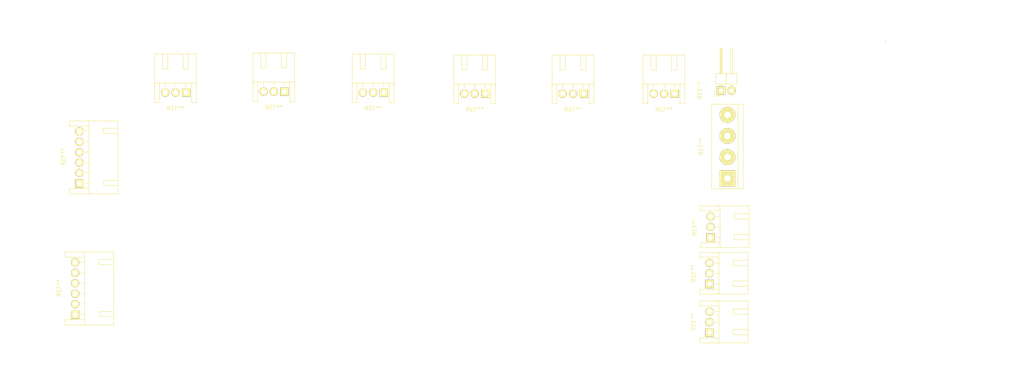
<source format=kicad_pcb>
(kicad_pcb (version 20160815) (host pcbnew no-vcs-found-undefined)

  (general
    (links 0)
    (no_connects 0)
    (area 63.145999 35.967999 324.968286 140.322619)
    (thickness 1.6)
    (drawings 15)
    (tracks 0)
    (zones 0)
    (modules 13)
    (nets 1)
  )

  (page A4)
  (layers
    (0 F.Cu signal)
    (31 B.Cu signal)
    (37 F.SilkS user)
    (44 Edge.Cuts user)
    (49 F.Fab user)
  )

  (setup
    (last_trace_width 0.25)
    (trace_clearance 0.2)
    (zone_clearance 0.508)
    (zone_45_only no)
    (trace_min 0.2)
    (segment_width 0.2)
    (edge_width 0.15)
    (via_size 0.8)
    (via_drill 0.4)
    (via_min_size 0.4)
    (via_min_drill 0.3)
    (uvia_size 0.3)
    (uvia_drill 0.1)
    (uvias_allowed no)
    (uvia_min_size 0.2)
    (uvia_min_drill 0.1)
    (pcb_text_width 0.3)
    (pcb_text_size 1.5 1.5)
    (mod_edge_width 0.15)
    (mod_text_size 1 1)
    (mod_text_width 0.15)
    (pad_size 1.524 1.524)
    (pad_drill 0.762)
    (pad_to_mask_clearance 0.2)
    (aux_axis_origin 0 0)
    (visible_elements FFFFFF7F)
    (pcbplotparams
      (layerselection 0x00030_ffffffff)
      (usegerberextensions false)
      (excludeedgelayer true)
      (linewidth 0.050000)
      (plotframeref false)
      (viasonmask false)
      (mode 1)
      (useauxorigin false)
      (hpglpennumber 1)
      (hpglpenspeed 20)
      (hpglpendiameter 15)
      (psnegative false)
      (psa4output false)
      (plotreference true)
      (plotvalue true)
      (plotinvisibletext false)
      (padsonsilk false)
      (subtractmaskfromsilk false)
      (outputformat 1)
      (mirror false)
      (drillshape 1)
      (scaleselection 1)
      (outputdirectory ""))
  )

  (net 0 "")

  (net_class Default "This is the default net class."
    (clearance 0.2)
    (trace_width 0.25)
    (via_dia 0.8)
    (via_drill 0.4)
    (uvia_dia 0.3)
    (uvia_drill 0.1)
    (diff_pair_gap 0.25)
    (diff_pair_width 0.2)
  )

  (module Connect:Wafer_Horizontal17.5x5.8x7RM2.5-6 (layer F.Cu) (tedit 556C2A3A) (tstamp 580EDF56)
    (at 69.596 70.104 90)
    (descr "Gold-Tek horizontal wafer connector with 2.5mm pitch")
    (tags "wafer connector horizontal")
    (fp_text reference REF** (at 6.4135 -3.81 90) (layer F.SilkS)
      (effects (font (size 1 1) (thickness 0.15)))
    )
    (fp_text value Wafer_Horizontal17.5x5.8x7RM2.5-6 (at 6.35 10.414 90) (layer F.Fab)
      (effects (font (size 1 1) (thickness 0.15)))
    )
    (fp_line (start 0.0635 2.286) (end 0.0635 1.397) (layer F.SilkS) (width 0.15))
    (fp_line (start 2.6035 2.286) (end 2.6035 1.397) (layer F.SilkS) (width 0.15))
    (fp_line (start 5.0165 2.286) (end 5.0165 1.397) (layer F.SilkS) (width 0.15))
    (fp_line (start 7.5565 2.286) (end 7.5565 1.397) (layer F.SilkS) (width 0.15))
    (fp_line (start 9.9695 2.286) (end 9.9695 1.397) (layer F.SilkS) (width 0.15))
    (fp_line (start 12.6365 2.286) (end 12.6365 1.397) (layer F.SilkS) (width 0.15))
    (fp_line (start 0.6985 5.842) (end 0.6985 9.271) (layer F.SilkS) (width 0.15))
    (fp_line (start -0.4445 5.842) (end 0.6985 5.842) (layer F.SilkS) (width 0.15))
    (fp_line (start 13.2715 5.715) (end 13.2715 9.271) (layer F.SilkS) (width 0.15))
    (fp_line (start 12.0015 5.715) (end 13.2715 5.715) (layer F.SilkS) (width 0.15))
    (fp_line (start 12.0015 9.271) (end 12.0015 5.715) (layer F.SilkS) (width 0.15))
    (fp_line (start -2.4765 2.286) (end -2.4765 9.271) (layer F.SilkS) (width 0.15))
    (fp_line (start 15.0495 2.286) (end 15.0495 9.271) (layer F.SilkS) (width 0.15))
    (fp_line (start -0.4445 5.842) (end -0.4445 9.271) (layer F.SilkS) (width 0.15))
    (fp_line (start -2.4765 9.271) (end 15.0495 9.271) (layer F.SilkS) (width 0.15))
    (fp_line (start -2.4765 2.286) (end 15.0495 2.286) (layer F.SilkS) (width 0.15))
    (fp_line (start -1.2065 -2.413) (end -1.2065 2.286) (layer F.SilkS) (width 0.15))
    (fp_line (start -1.4605 -2.413) (end -1.2065 -2.413) (layer F.SilkS) (width 0.15))
    (fp_line (start -2.4765 -2.413) (end -1.4605 -2.413) (layer F.SilkS) (width 0.15))
    (fp_line (start -2.4765 2.286) (end -2.4765 -2.413) (layer F.SilkS) (width 0.15))
    (fp_line (start 13.7795 -2.413) (end 13.7795 2.286) (layer F.SilkS) (width 0.15))
    (fp_line (start 15.0495 -2.413) (end 13.7795 -2.413) (layer F.SilkS) (width 0.15))
    (fp_line (start 15.0495 2.286) (end 15.0495 -2.413) (layer F.SilkS) (width 0.15))
    (fp_line (start -2.75 9.65) (end -2.75 -2.75) (layer F.CrtYd) (width 0.05))
    (fp_line (start 15.45 9.65) (end -2.75 9.65) (layer F.CrtYd) (width 0.05))
    (fp_line (start 15.45 -2.75) (end 15.45 9.65) (layer F.CrtYd) (width 0.05))
    (fp_line (start -2.75 -2.75) (end 15.45 -2.75) (layer F.CrtYd) (width 0.05))
    (pad 6 thru_hole circle (at 12.5365 0 90) (size 2 2) (drill 1.2) (layers *.Cu *.Mask F.SilkS))
    (pad 5 thru_hole circle (at 10.0365 0 90) (size 2 2) (drill 1.2) (layers *.Cu *.Mask F.SilkS))
    (pad 4 thru_hole circle (at 7.5365 0 90) (size 2 2) (drill 1.2) (layers *.Cu *.Mask F.SilkS))
    (pad 3 thru_hole circle (at 5.0365 0 90) (size 2 2) (drill 1.2) (layers *.Cu *.Mask F.SilkS))
    (pad 2 thru_hole circle (at 2.5365 0 90) (size 2 2) (drill 1.2) (layers *.Cu *.Mask F.SilkS))
    (pad 1 thru_hole rect (at 0 0 90) (size 2 2) (drill 1.2) (layers *.Cu *.Mask F.SilkS))
    (model Connect.3dshapes/Wafer_Horizontal17.5x5.8x7RM2.5-6.wrl
      (at (xyz 0 0 0))
      (scale (xyz 4 4 4))
      (rotate (xyz 0 0 0))
    )
  )

  (module Connect:Wafer_Horizontal10x5.8x7RM2.5-3 (layer F.Cu) (tedit 556C2A14) (tstamp 580EDDF8)
    (at 212.598 48.514 180)
    (descr "Gold-Tek horizontal wafer connector with 2.5mm pitch")
    (tags "wafer connector horizontal")
    (fp_text reference REF** (at 2.54 -3.81 180) (layer F.SilkS)
      (effects (font (size 1 1) (thickness 0.15)))
    )
    (fp_text value Wafer_Horizontal10x5.8x7RM2.5-3 (at 2.54 10.414 180) (layer F.Fab)
      (effects (font (size 1 1) (thickness 0.15)))
    )
    (fp_line (start -2.75 -2.75) (end 7.85 -2.75) (layer F.CrtYd) (width 0.05))
    (fp_line (start 7.85 -2.75) (end 7.85 9.65) (layer F.CrtYd) (width 0.05))
    (fp_line (start 7.85 9.65) (end -2.75 9.65) (layer F.CrtYd) (width 0.05))
    (fp_line (start -2.75 9.65) (end -2.75 -2.75) (layer F.CrtYd) (width 0.05))
    (fp_line (start -2.413 9.271) (end 7.493 9.271) (layer F.SilkS) (width 0.15))
    (fp_line (start -2.413 2.286) (end 7.493 2.286) (layer F.SilkS) (width 0.15))
    (fp_line (start 7.5819 2.286) (end 7.5819 1.397) (layer F.SilkS) (width 0.15))
    (fp_line (start 5.0419 2.159) (end 5.0419 1.397) (layer F.SilkS) (width 0.15))
    (fp_line (start 2.5019 2.286) (end 2.5019 1.397) (layer F.SilkS) (width 0.15))
    (fp_line (start 0.0889 1.397) (end 0.0889 2.286) (layer F.SilkS) (width 0.15))
    (fp_line (start -2.4511 2.286) (end -2.4511 1.397) (layer F.SilkS) (width 0.15))
    (fp_line (start 4.4069 9.271) (end 4.4069 5.715) (layer F.SilkS) (width 0.15))
    (fp_line (start 4.4069 5.715) (end 5.6769 5.715) (layer F.SilkS) (width 0.15))
    (fp_line (start 5.6769 5.715) (end 5.6769 9.271) (layer F.SilkS) (width 0.15))
    (fp_line (start -0.5461 9.271) (end -0.5461 5.715) (layer F.SilkS) (width 0.15))
    (fp_line (start -0.5461 5.715) (end 0.7239 5.715) (layer F.SilkS) (width 0.15))
    (fp_line (start 0.7239 5.715) (end 0.7239 9.271) (layer F.SilkS) (width 0.15))
    (fp_line (start 7.5819 2.286) (end 7.5819 -2.413) (layer F.SilkS) (width 0.15))
    (fp_line (start 7.5819 -2.413) (end 6.4389 -2.413) (layer F.SilkS) (width 0.15))
    (fp_line (start 6.4389 -2.413) (end 6.4389 2.286) (layer F.SilkS) (width 0.15))
    (fp_line (start -2.4511 -2.413) (end -1.3081 -2.413) (layer F.SilkS) (width 0.15))
    (fp_line (start -1.3081 -2.413) (end -1.3081 2.286) (layer F.SilkS) (width 0.15))
    (fp_line (start -2.4511 2.413) (end -2.4511 -2.413) (layer F.SilkS) (width 0.15))
    (fp_line (start 7.5819 2.286) (end 7.5819 9.271) (layer F.SilkS) (width 0.15))
    (fp_line (start -2.4511 9.271) (end -2.4511 2.286) (layer F.SilkS) (width 0.15))
    (pad 1 thru_hole rect (at 0 0 180) (size 2 2) (drill 1.2) (layers *.Cu *.Mask F.SilkS))
    (pad 2 thru_hole circle (at 2.54 0 180) (size 2 2) (drill 1.2) (layers *.Cu *.Mask F.SilkS))
    (pad 3 thru_hole circle (at 5.04 0 180) (size 2 2) (drill 1.2) (layers *.Cu *.Mask F.SilkS))
  )

  (module Connect:Wafer_Horizontal10x5.8x7RM2.5-3 (layer F.Cu) (tedit 556C2A14) (tstamp 580EDDD8)
    (at 190.754 48.514 180)
    (descr "Gold-Tek horizontal wafer connector with 2.5mm pitch")
    (tags "wafer connector horizontal")
    (fp_text reference REF** (at 2.54 -3.81 180) (layer F.SilkS)
      (effects (font (size 1 1) (thickness 0.15)))
    )
    (fp_text value Wafer_Horizontal10x5.8x7RM2.5-3 (at 2.54 10.414 180) (layer F.Fab)
      (effects (font (size 1 1) (thickness 0.15)))
    )
    (fp_line (start -2.4511 9.271) (end -2.4511 2.286) (layer F.SilkS) (width 0.15))
    (fp_line (start 7.5819 2.286) (end 7.5819 9.271) (layer F.SilkS) (width 0.15))
    (fp_line (start -2.4511 2.413) (end -2.4511 -2.413) (layer F.SilkS) (width 0.15))
    (fp_line (start -1.3081 -2.413) (end -1.3081 2.286) (layer F.SilkS) (width 0.15))
    (fp_line (start -2.4511 -2.413) (end -1.3081 -2.413) (layer F.SilkS) (width 0.15))
    (fp_line (start 6.4389 -2.413) (end 6.4389 2.286) (layer F.SilkS) (width 0.15))
    (fp_line (start 7.5819 -2.413) (end 6.4389 -2.413) (layer F.SilkS) (width 0.15))
    (fp_line (start 7.5819 2.286) (end 7.5819 -2.413) (layer F.SilkS) (width 0.15))
    (fp_line (start 0.7239 5.715) (end 0.7239 9.271) (layer F.SilkS) (width 0.15))
    (fp_line (start -0.5461 5.715) (end 0.7239 5.715) (layer F.SilkS) (width 0.15))
    (fp_line (start -0.5461 9.271) (end -0.5461 5.715) (layer F.SilkS) (width 0.15))
    (fp_line (start 5.6769 5.715) (end 5.6769 9.271) (layer F.SilkS) (width 0.15))
    (fp_line (start 4.4069 5.715) (end 5.6769 5.715) (layer F.SilkS) (width 0.15))
    (fp_line (start 4.4069 9.271) (end 4.4069 5.715) (layer F.SilkS) (width 0.15))
    (fp_line (start -2.4511 2.286) (end -2.4511 1.397) (layer F.SilkS) (width 0.15))
    (fp_line (start 0.0889 1.397) (end 0.0889 2.286) (layer F.SilkS) (width 0.15))
    (fp_line (start 2.5019 2.286) (end 2.5019 1.397) (layer F.SilkS) (width 0.15))
    (fp_line (start 5.0419 2.159) (end 5.0419 1.397) (layer F.SilkS) (width 0.15))
    (fp_line (start 7.5819 2.286) (end 7.5819 1.397) (layer F.SilkS) (width 0.15))
    (fp_line (start -2.413 2.286) (end 7.493 2.286) (layer F.SilkS) (width 0.15))
    (fp_line (start -2.413 9.271) (end 7.493 9.271) (layer F.SilkS) (width 0.15))
    (fp_line (start -2.75 9.65) (end -2.75 -2.75) (layer F.CrtYd) (width 0.05))
    (fp_line (start 7.85 9.65) (end -2.75 9.65) (layer F.CrtYd) (width 0.05))
    (fp_line (start 7.85 -2.75) (end 7.85 9.65) (layer F.CrtYd) (width 0.05))
    (fp_line (start -2.75 -2.75) (end 7.85 -2.75) (layer F.CrtYd) (width 0.05))
    (pad 3 thru_hole circle (at 5.04 0 180) (size 2 2) (drill 1.2) (layers *.Cu *.Mask F.SilkS))
    (pad 2 thru_hole circle (at 2.54 0 180) (size 2 2) (drill 1.2) (layers *.Cu *.Mask F.SilkS))
    (pad 1 thru_hole rect (at 0 0 180) (size 2 2) (drill 1.2) (layers *.Cu *.Mask F.SilkS))
  )

  (module Connect:Wafer_Horizontal10x5.8x7RM2.5-3 (layer F.Cu) (tedit 556C2A14) (tstamp 580EDDB8)
    (at 167.132 48.514 180)
    (descr "Gold-Tek horizontal wafer connector with 2.5mm pitch")
    (tags "wafer connector horizontal")
    (fp_text reference REF** (at 2.54 -3.81 180) (layer F.SilkS)
      (effects (font (size 1 1) (thickness 0.15)))
    )
    (fp_text value Wafer_Horizontal10x5.8x7RM2.5-3 (at 2.54 10.414 180) (layer F.Fab)
      (effects (font (size 1 1) (thickness 0.15)))
    )
    (fp_line (start -2.75 -2.75) (end 7.85 -2.75) (layer F.CrtYd) (width 0.05))
    (fp_line (start 7.85 -2.75) (end 7.85 9.65) (layer F.CrtYd) (width 0.05))
    (fp_line (start 7.85 9.65) (end -2.75 9.65) (layer F.CrtYd) (width 0.05))
    (fp_line (start -2.75 9.65) (end -2.75 -2.75) (layer F.CrtYd) (width 0.05))
    (fp_line (start -2.413 9.271) (end 7.493 9.271) (layer F.SilkS) (width 0.15))
    (fp_line (start -2.413 2.286) (end 7.493 2.286) (layer F.SilkS) (width 0.15))
    (fp_line (start 7.5819 2.286) (end 7.5819 1.397) (layer F.SilkS) (width 0.15))
    (fp_line (start 5.0419 2.159) (end 5.0419 1.397) (layer F.SilkS) (width 0.15))
    (fp_line (start 2.5019 2.286) (end 2.5019 1.397) (layer F.SilkS) (width 0.15))
    (fp_line (start 0.0889 1.397) (end 0.0889 2.286) (layer F.SilkS) (width 0.15))
    (fp_line (start -2.4511 2.286) (end -2.4511 1.397) (layer F.SilkS) (width 0.15))
    (fp_line (start 4.4069 9.271) (end 4.4069 5.715) (layer F.SilkS) (width 0.15))
    (fp_line (start 4.4069 5.715) (end 5.6769 5.715) (layer F.SilkS) (width 0.15))
    (fp_line (start 5.6769 5.715) (end 5.6769 9.271) (layer F.SilkS) (width 0.15))
    (fp_line (start -0.5461 9.271) (end -0.5461 5.715) (layer F.SilkS) (width 0.15))
    (fp_line (start -0.5461 5.715) (end 0.7239 5.715) (layer F.SilkS) (width 0.15))
    (fp_line (start 0.7239 5.715) (end 0.7239 9.271) (layer F.SilkS) (width 0.15))
    (fp_line (start 7.5819 2.286) (end 7.5819 -2.413) (layer F.SilkS) (width 0.15))
    (fp_line (start 7.5819 -2.413) (end 6.4389 -2.413) (layer F.SilkS) (width 0.15))
    (fp_line (start 6.4389 -2.413) (end 6.4389 2.286) (layer F.SilkS) (width 0.15))
    (fp_line (start -2.4511 -2.413) (end -1.3081 -2.413) (layer F.SilkS) (width 0.15))
    (fp_line (start -1.3081 -2.413) (end -1.3081 2.286) (layer F.SilkS) (width 0.15))
    (fp_line (start -2.4511 2.413) (end -2.4511 -2.413) (layer F.SilkS) (width 0.15))
    (fp_line (start 7.5819 2.286) (end 7.5819 9.271) (layer F.SilkS) (width 0.15))
    (fp_line (start -2.4511 9.271) (end -2.4511 2.286) (layer F.SilkS) (width 0.15))
    (pad 1 thru_hole rect (at 0 0 180) (size 2 2) (drill 1.2) (layers *.Cu *.Mask F.SilkS))
    (pad 2 thru_hole circle (at 2.54 0 180) (size 2 2) (drill 1.2) (layers *.Cu *.Mask F.SilkS))
    (pad 3 thru_hole circle (at 5.04 0 180) (size 2 2) (drill 1.2) (layers *.Cu *.Mask F.SilkS))
  )

  (module Connect:Wafer_Horizontal10x5.8x7RM2.5-3 (layer F.Cu) (tedit 556C2A14) (tstamp 580EDD98)
    (at 142.748 48.26 180)
    (descr "Gold-Tek horizontal wafer connector with 2.5mm pitch")
    (tags "wafer connector horizontal")
    (fp_text reference REF** (at 2.54 -3.81 180) (layer F.SilkS)
      (effects (font (size 1 1) (thickness 0.15)))
    )
    (fp_text value Wafer_Horizontal10x5.8x7RM2.5-3 (at 2.54 10.414 180) (layer F.Fab)
      (effects (font (size 1 1) (thickness 0.15)))
    )
    (fp_line (start -2.4511 9.271) (end -2.4511 2.286) (layer F.SilkS) (width 0.15))
    (fp_line (start 7.5819 2.286) (end 7.5819 9.271) (layer F.SilkS) (width 0.15))
    (fp_line (start -2.4511 2.413) (end -2.4511 -2.413) (layer F.SilkS) (width 0.15))
    (fp_line (start -1.3081 -2.413) (end -1.3081 2.286) (layer F.SilkS) (width 0.15))
    (fp_line (start -2.4511 -2.413) (end -1.3081 -2.413) (layer F.SilkS) (width 0.15))
    (fp_line (start 6.4389 -2.413) (end 6.4389 2.286) (layer F.SilkS) (width 0.15))
    (fp_line (start 7.5819 -2.413) (end 6.4389 -2.413) (layer F.SilkS) (width 0.15))
    (fp_line (start 7.5819 2.286) (end 7.5819 -2.413) (layer F.SilkS) (width 0.15))
    (fp_line (start 0.7239 5.715) (end 0.7239 9.271) (layer F.SilkS) (width 0.15))
    (fp_line (start -0.5461 5.715) (end 0.7239 5.715) (layer F.SilkS) (width 0.15))
    (fp_line (start -0.5461 9.271) (end -0.5461 5.715) (layer F.SilkS) (width 0.15))
    (fp_line (start 5.6769 5.715) (end 5.6769 9.271) (layer F.SilkS) (width 0.15))
    (fp_line (start 4.4069 5.715) (end 5.6769 5.715) (layer F.SilkS) (width 0.15))
    (fp_line (start 4.4069 9.271) (end 4.4069 5.715) (layer F.SilkS) (width 0.15))
    (fp_line (start -2.4511 2.286) (end -2.4511 1.397) (layer F.SilkS) (width 0.15))
    (fp_line (start 0.0889 1.397) (end 0.0889 2.286) (layer F.SilkS) (width 0.15))
    (fp_line (start 2.5019 2.286) (end 2.5019 1.397) (layer F.SilkS) (width 0.15))
    (fp_line (start 5.0419 2.159) (end 5.0419 1.397) (layer F.SilkS) (width 0.15))
    (fp_line (start 7.5819 2.286) (end 7.5819 1.397) (layer F.SilkS) (width 0.15))
    (fp_line (start -2.413 2.286) (end 7.493 2.286) (layer F.SilkS) (width 0.15))
    (fp_line (start -2.413 9.271) (end 7.493 9.271) (layer F.SilkS) (width 0.15))
    (fp_line (start -2.75 9.65) (end -2.75 -2.75) (layer F.CrtYd) (width 0.05))
    (fp_line (start 7.85 9.65) (end -2.75 9.65) (layer F.CrtYd) (width 0.05))
    (fp_line (start 7.85 -2.75) (end 7.85 9.65) (layer F.CrtYd) (width 0.05))
    (fp_line (start -2.75 -2.75) (end 7.85 -2.75) (layer F.CrtYd) (width 0.05))
    (pad 3 thru_hole circle (at 5.04 0 180) (size 2 2) (drill 1.2) (layers *.Cu *.Mask F.SilkS))
    (pad 2 thru_hole circle (at 2.54 0 180) (size 2 2) (drill 1.2) (layers *.Cu *.Mask F.SilkS))
    (pad 1 thru_hole rect (at 0 0 180) (size 2 2) (drill 1.2) (layers *.Cu *.Mask F.SilkS))
  )

  (module Connect:Wafer_Horizontal10x5.8x7RM2.5-3 (layer F.Cu) (tedit 556C2A14) (tstamp 580EDD78)
    (at 118.872 48.006 180)
    (descr "Gold-Tek horizontal wafer connector with 2.5mm pitch")
    (tags "wafer connector horizontal")
    (fp_text reference REF** (at 2.54 -3.81 180) (layer F.SilkS)
      (effects (font (size 1 1) (thickness 0.15)))
    )
    (fp_text value Wafer_Horizontal10x5.8x7RM2.5-3 (at 2.54 10.414 180) (layer F.Fab)
      (effects (font (size 1 1) (thickness 0.15)))
    )
    (fp_line (start -2.75 -2.75) (end 7.85 -2.75) (layer F.CrtYd) (width 0.05))
    (fp_line (start 7.85 -2.75) (end 7.85 9.65) (layer F.CrtYd) (width 0.05))
    (fp_line (start 7.85 9.65) (end -2.75 9.65) (layer F.CrtYd) (width 0.05))
    (fp_line (start -2.75 9.65) (end -2.75 -2.75) (layer F.CrtYd) (width 0.05))
    (fp_line (start -2.413 9.271) (end 7.493 9.271) (layer F.SilkS) (width 0.15))
    (fp_line (start -2.413 2.286) (end 7.493 2.286) (layer F.SilkS) (width 0.15))
    (fp_line (start 7.5819 2.286) (end 7.5819 1.397) (layer F.SilkS) (width 0.15))
    (fp_line (start 5.0419 2.159) (end 5.0419 1.397) (layer F.SilkS) (width 0.15))
    (fp_line (start 2.5019 2.286) (end 2.5019 1.397) (layer F.SilkS) (width 0.15))
    (fp_line (start 0.0889 1.397) (end 0.0889 2.286) (layer F.SilkS) (width 0.15))
    (fp_line (start -2.4511 2.286) (end -2.4511 1.397) (layer F.SilkS) (width 0.15))
    (fp_line (start 4.4069 9.271) (end 4.4069 5.715) (layer F.SilkS) (width 0.15))
    (fp_line (start 4.4069 5.715) (end 5.6769 5.715) (layer F.SilkS) (width 0.15))
    (fp_line (start 5.6769 5.715) (end 5.6769 9.271) (layer F.SilkS) (width 0.15))
    (fp_line (start -0.5461 9.271) (end -0.5461 5.715) (layer F.SilkS) (width 0.15))
    (fp_line (start -0.5461 5.715) (end 0.7239 5.715) (layer F.SilkS) (width 0.15))
    (fp_line (start 0.7239 5.715) (end 0.7239 9.271) (layer F.SilkS) (width 0.15))
    (fp_line (start 7.5819 2.286) (end 7.5819 -2.413) (layer F.SilkS) (width 0.15))
    (fp_line (start 7.5819 -2.413) (end 6.4389 -2.413) (layer F.SilkS) (width 0.15))
    (fp_line (start 6.4389 -2.413) (end 6.4389 2.286) (layer F.SilkS) (width 0.15))
    (fp_line (start -2.4511 -2.413) (end -1.3081 -2.413) (layer F.SilkS) (width 0.15))
    (fp_line (start -1.3081 -2.413) (end -1.3081 2.286) (layer F.SilkS) (width 0.15))
    (fp_line (start -2.4511 2.413) (end -2.4511 -2.413) (layer F.SilkS) (width 0.15))
    (fp_line (start 7.5819 2.286) (end 7.5819 9.271) (layer F.SilkS) (width 0.15))
    (fp_line (start -2.4511 9.271) (end -2.4511 2.286) (layer F.SilkS) (width 0.15))
    (pad 1 thru_hole rect (at 0 0 180) (size 2 2) (drill 1.2) (layers *.Cu *.Mask F.SilkS))
    (pad 2 thru_hole circle (at 2.54 0 180) (size 2 2) (drill 1.2) (layers *.Cu *.Mask F.SilkS))
    (pad 3 thru_hole circle (at 5.04 0 180) (size 2 2) (drill 1.2) (layers *.Cu *.Mask F.SilkS))
  )

  (module Connect:Wafer_Horizontal10x5.8x7RM2.5-3 (layer F.Cu) (tedit 556C2A14) (tstamp 580EDD38)
    (at 95.25 48.26 180)
    (descr "Gold-Tek horizontal wafer connector with 2.5mm pitch")
    (tags "wafer connector horizontal")
    (fp_text reference REF** (at 2.54 -3.81 180) (layer F.SilkS)
      (effects (font (size 1 1) (thickness 0.15)))
    )
    (fp_text value Wafer_Horizontal10x5.8x7RM2.5-3 (at 2.54 10.414 180) (layer F.Fab)
      (effects (font (size 1 1) (thickness 0.15)))
    )
    (fp_line (start -2.4511 9.271) (end -2.4511 2.286) (layer F.SilkS) (width 0.15))
    (fp_line (start 7.5819 2.286) (end 7.5819 9.271) (layer F.SilkS) (width 0.15))
    (fp_line (start -2.4511 2.413) (end -2.4511 -2.413) (layer F.SilkS) (width 0.15))
    (fp_line (start -1.3081 -2.413) (end -1.3081 2.286) (layer F.SilkS) (width 0.15))
    (fp_line (start -2.4511 -2.413) (end -1.3081 -2.413) (layer F.SilkS) (width 0.15))
    (fp_line (start 6.4389 -2.413) (end 6.4389 2.286) (layer F.SilkS) (width 0.15))
    (fp_line (start 7.5819 -2.413) (end 6.4389 -2.413) (layer F.SilkS) (width 0.15))
    (fp_line (start 7.5819 2.286) (end 7.5819 -2.413) (layer F.SilkS) (width 0.15))
    (fp_line (start 0.7239 5.715) (end 0.7239 9.271) (layer F.SilkS) (width 0.15))
    (fp_line (start -0.5461 5.715) (end 0.7239 5.715) (layer F.SilkS) (width 0.15))
    (fp_line (start -0.5461 9.271) (end -0.5461 5.715) (layer F.SilkS) (width 0.15))
    (fp_line (start 5.6769 5.715) (end 5.6769 9.271) (layer F.SilkS) (width 0.15))
    (fp_line (start 4.4069 5.715) (end 5.6769 5.715) (layer F.SilkS) (width 0.15))
    (fp_line (start 4.4069 9.271) (end 4.4069 5.715) (layer F.SilkS) (width 0.15))
    (fp_line (start -2.4511 2.286) (end -2.4511 1.397) (layer F.SilkS) (width 0.15))
    (fp_line (start 0.0889 1.397) (end 0.0889 2.286) (layer F.SilkS) (width 0.15))
    (fp_line (start 2.5019 2.286) (end 2.5019 1.397) (layer F.SilkS) (width 0.15))
    (fp_line (start 5.0419 2.159) (end 5.0419 1.397) (layer F.SilkS) (width 0.15))
    (fp_line (start 7.5819 2.286) (end 7.5819 1.397) (layer F.SilkS) (width 0.15))
    (fp_line (start -2.413 2.286) (end 7.493 2.286) (layer F.SilkS) (width 0.15))
    (fp_line (start -2.413 9.271) (end 7.493 9.271) (layer F.SilkS) (width 0.15))
    (fp_line (start -2.75 9.65) (end -2.75 -2.75) (layer F.CrtYd) (width 0.05))
    (fp_line (start 7.85 9.65) (end -2.75 9.65) (layer F.CrtYd) (width 0.05))
    (fp_line (start 7.85 -2.75) (end 7.85 9.65) (layer F.CrtYd) (width 0.05))
    (fp_line (start -2.75 -2.75) (end 7.85 -2.75) (layer F.CrtYd) (width 0.05))
    (pad 3 thru_hole circle (at 5.04 0 180) (size 2 2) (drill 1.2) (layers *.Cu *.Mask F.SilkS))
    (pad 2 thru_hole circle (at 2.54 0 180) (size 2 2) (drill 1.2) (layers *.Cu *.Mask F.SilkS))
    (pad 1 thru_hole rect (at 0 0 180) (size 2 2) (drill 1.2) (layers *.Cu *.Mask F.SilkS))
  )

  (module Connect:Wafer_Horizontal10x5.8x7RM2.5-3 (layer F.Cu) (tedit 556C2A14) (tstamp 580EDC9A)
    (at 220.98 105.918 90)
    (descr "Gold-Tek horizontal wafer connector with 2.5mm pitch")
    (tags "wafer connector horizontal")
    (fp_text reference REF** (at 2.54 -3.81 90) (layer F.SilkS)
      (effects (font (size 1 1) (thickness 0.15)))
    )
    (fp_text value Wafer_Horizontal10x5.8x7RM2.5-3 (at 2.54 10.414 90) (layer F.Fab)
      (effects (font (size 1 1) (thickness 0.15)))
    )
    (fp_line (start -2.75 -2.75) (end 7.85 -2.75) (layer F.CrtYd) (width 0.05))
    (fp_line (start 7.85 -2.75) (end 7.85 9.65) (layer F.CrtYd) (width 0.05))
    (fp_line (start 7.85 9.65) (end -2.75 9.65) (layer F.CrtYd) (width 0.05))
    (fp_line (start -2.75 9.65) (end -2.75 -2.75) (layer F.CrtYd) (width 0.05))
    (fp_line (start -2.413 9.271) (end 7.493 9.271) (layer F.SilkS) (width 0.15))
    (fp_line (start -2.413 2.286) (end 7.493 2.286) (layer F.SilkS) (width 0.15))
    (fp_line (start 7.5819 2.286) (end 7.5819 1.397) (layer F.SilkS) (width 0.15))
    (fp_line (start 5.0419 2.159) (end 5.0419 1.397) (layer F.SilkS) (width 0.15))
    (fp_line (start 2.5019 2.286) (end 2.5019 1.397) (layer F.SilkS) (width 0.15))
    (fp_line (start 0.0889 1.397) (end 0.0889 2.286) (layer F.SilkS) (width 0.15))
    (fp_line (start -2.4511 2.286) (end -2.4511 1.397) (layer F.SilkS) (width 0.15))
    (fp_line (start 4.4069 9.271) (end 4.4069 5.715) (layer F.SilkS) (width 0.15))
    (fp_line (start 4.4069 5.715) (end 5.6769 5.715) (layer F.SilkS) (width 0.15))
    (fp_line (start 5.6769 5.715) (end 5.6769 9.271) (layer F.SilkS) (width 0.15))
    (fp_line (start -0.5461 9.271) (end -0.5461 5.715) (layer F.SilkS) (width 0.15))
    (fp_line (start -0.5461 5.715) (end 0.7239 5.715) (layer F.SilkS) (width 0.15))
    (fp_line (start 0.7239 5.715) (end 0.7239 9.271) (layer F.SilkS) (width 0.15))
    (fp_line (start 7.5819 2.286) (end 7.5819 -2.413) (layer F.SilkS) (width 0.15))
    (fp_line (start 7.5819 -2.413) (end 6.4389 -2.413) (layer F.SilkS) (width 0.15))
    (fp_line (start 6.4389 -2.413) (end 6.4389 2.286) (layer F.SilkS) (width 0.15))
    (fp_line (start -2.4511 -2.413) (end -1.3081 -2.413) (layer F.SilkS) (width 0.15))
    (fp_line (start -1.3081 -2.413) (end -1.3081 2.286) (layer F.SilkS) (width 0.15))
    (fp_line (start -2.4511 2.413) (end -2.4511 -2.413) (layer F.SilkS) (width 0.15))
    (fp_line (start 7.5819 2.286) (end 7.5819 9.271) (layer F.SilkS) (width 0.15))
    (fp_line (start -2.4511 9.271) (end -2.4511 2.286) (layer F.SilkS) (width 0.15))
    (pad 1 thru_hole rect (at 0 0 90) (size 2 2) (drill 1.2) (layers *.Cu *.Mask F.SilkS))
    (pad 2 thru_hole circle (at 2.54 0 90) (size 2 2) (drill 1.2) (layers *.Cu *.Mask F.SilkS))
    (pad 3 thru_hole circle (at 5.04 0 90) (size 2 2) (drill 1.2) (layers *.Cu *.Mask F.SilkS))
  )

  (module Connect:Wafer_Horizontal10x5.8x7RM2.5-3 (layer F.Cu) (tedit 556C2A14) (tstamp 580EDC7A)
    (at 220.98 94.234 90)
    (descr "Gold-Tek horizontal wafer connector with 2.5mm pitch")
    (tags "wafer connector horizontal")
    (fp_text reference REF** (at 2.54 -3.81 90) (layer F.SilkS)
      (effects (font (size 1 1) (thickness 0.15)))
    )
    (fp_text value Wafer_Horizontal10x5.8x7RM2.5-3 (at 2.54 10.414 90) (layer F.Fab)
      (effects (font (size 1 1) (thickness 0.15)))
    )
    (fp_line (start -2.4511 9.271) (end -2.4511 2.286) (layer F.SilkS) (width 0.15))
    (fp_line (start 7.5819 2.286) (end 7.5819 9.271) (layer F.SilkS) (width 0.15))
    (fp_line (start -2.4511 2.413) (end -2.4511 -2.413) (layer F.SilkS) (width 0.15))
    (fp_line (start -1.3081 -2.413) (end -1.3081 2.286) (layer F.SilkS) (width 0.15))
    (fp_line (start -2.4511 -2.413) (end -1.3081 -2.413) (layer F.SilkS) (width 0.15))
    (fp_line (start 6.4389 -2.413) (end 6.4389 2.286) (layer F.SilkS) (width 0.15))
    (fp_line (start 7.5819 -2.413) (end 6.4389 -2.413) (layer F.SilkS) (width 0.15))
    (fp_line (start 7.5819 2.286) (end 7.5819 -2.413) (layer F.SilkS) (width 0.15))
    (fp_line (start 0.7239 5.715) (end 0.7239 9.271) (layer F.SilkS) (width 0.15))
    (fp_line (start -0.5461 5.715) (end 0.7239 5.715) (layer F.SilkS) (width 0.15))
    (fp_line (start -0.5461 9.271) (end -0.5461 5.715) (layer F.SilkS) (width 0.15))
    (fp_line (start 5.6769 5.715) (end 5.6769 9.271) (layer F.SilkS) (width 0.15))
    (fp_line (start 4.4069 5.715) (end 5.6769 5.715) (layer F.SilkS) (width 0.15))
    (fp_line (start 4.4069 9.271) (end 4.4069 5.715) (layer F.SilkS) (width 0.15))
    (fp_line (start -2.4511 2.286) (end -2.4511 1.397) (layer F.SilkS) (width 0.15))
    (fp_line (start 0.0889 1.397) (end 0.0889 2.286) (layer F.SilkS) (width 0.15))
    (fp_line (start 2.5019 2.286) (end 2.5019 1.397) (layer F.SilkS) (width 0.15))
    (fp_line (start 5.0419 2.159) (end 5.0419 1.397) (layer F.SilkS) (width 0.15))
    (fp_line (start 7.5819 2.286) (end 7.5819 1.397) (layer F.SilkS) (width 0.15))
    (fp_line (start -2.413 2.286) (end 7.493 2.286) (layer F.SilkS) (width 0.15))
    (fp_line (start -2.413 9.271) (end 7.493 9.271) (layer F.SilkS) (width 0.15))
    (fp_line (start -2.75 9.65) (end -2.75 -2.75) (layer F.CrtYd) (width 0.05))
    (fp_line (start 7.85 9.65) (end -2.75 9.65) (layer F.CrtYd) (width 0.05))
    (fp_line (start 7.85 -2.75) (end 7.85 9.65) (layer F.CrtYd) (width 0.05))
    (fp_line (start -2.75 -2.75) (end 7.85 -2.75) (layer F.CrtYd) (width 0.05))
    (pad 3 thru_hole circle (at 5.04 0 90) (size 2 2) (drill 1.2) (layers *.Cu *.Mask F.SilkS))
    (pad 2 thru_hole circle (at 2.54 0 90) (size 2 2) (drill 1.2) (layers *.Cu *.Mask F.SilkS))
    (pad 1 thru_hole rect (at 0 0 90) (size 2 2) (drill 1.2) (layers *.Cu *.Mask F.SilkS))
  )

  (module Connect:Wafer_Horizontal10x5.8x7RM2.5-3 (layer F.Cu) (tedit 556C2A14) (tstamp 580EDC55)
    (at 221.234 83.058 90)
    (descr "Gold-Tek horizontal wafer connector with 2.5mm pitch")
    (tags "wafer connector horizontal")
    (fp_text reference REF** (at 2.54 -3.81 90) (layer F.SilkS)
      (effects (font (size 1 1) (thickness 0.15)))
    )
    (fp_text value Wafer_Horizontal10x5.8x7RM2.5-3 (at 2.54 10.414 90) (layer F.Fab)
      (effects (font (size 1 1) (thickness 0.15)))
    )
    (fp_line (start -2.75 -2.75) (end 7.85 -2.75) (layer F.CrtYd) (width 0.05))
    (fp_line (start 7.85 -2.75) (end 7.85 9.65) (layer F.CrtYd) (width 0.05))
    (fp_line (start 7.85 9.65) (end -2.75 9.65) (layer F.CrtYd) (width 0.05))
    (fp_line (start -2.75 9.65) (end -2.75 -2.75) (layer F.CrtYd) (width 0.05))
    (fp_line (start -2.413 9.271) (end 7.493 9.271) (layer F.SilkS) (width 0.15))
    (fp_line (start -2.413 2.286) (end 7.493 2.286) (layer F.SilkS) (width 0.15))
    (fp_line (start 7.5819 2.286) (end 7.5819 1.397) (layer F.SilkS) (width 0.15))
    (fp_line (start 5.0419 2.159) (end 5.0419 1.397) (layer F.SilkS) (width 0.15))
    (fp_line (start 2.5019 2.286) (end 2.5019 1.397) (layer F.SilkS) (width 0.15))
    (fp_line (start 0.0889 1.397) (end 0.0889 2.286) (layer F.SilkS) (width 0.15))
    (fp_line (start -2.4511 2.286) (end -2.4511 1.397) (layer F.SilkS) (width 0.15))
    (fp_line (start 4.4069 9.271) (end 4.4069 5.715) (layer F.SilkS) (width 0.15))
    (fp_line (start 4.4069 5.715) (end 5.6769 5.715) (layer F.SilkS) (width 0.15))
    (fp_line (start 5.6769 5.715) (end 5.6769 9.271) (layer F.SilkS) (width 0.15))
    (fp_line (start -0.5461 9.271) (end -0.5461 5.715) (layer F.SilkS) (width 0.15))
    (fp_line (start -0.5461 5.715) (end 0.7239 5.715) (layer F.SilkS) (width 0.15))
    (fp_line (start 0.7239 5.715) (end 0.7239 9.271) (layer F.SilkS) (width 0.15))
    (fp_line (start 7.5819 2.286) (end 7.5819 -2.413) (layer F.SilkS) (width 0.15))
    (fp_line (start 7.5819 -2.413) (end 6.4389 -2.413) (layer F.SilkS) (width 0.15))
    (fp_line (start 6.4389 -2.413) (end 6.4389 2.286) (layer F.SilkS) (width 0.15))
    (fp_line (start -2.4511 -2.413) (end -1.3081 -2.413) (layer F.SilkS) (width 0.15))
    (fp_line (start -1.3081 -2.413) (end -1.3081 2.286) (layer F.SilkS) (width 0.15))
    (fp_line (start -2.4511 2.413) (end -2.4511 -2.413) (layer F.SilkS) (width 0.15))
    (fp_line (start 7.5819 2.286) (end 7.5819 9.271) (layer F.SilkS) (width 0.15))
    (fp_line (start -2.4511 9.271) (end -2.4511 2.286) (layer F.SilkS) (width 0.15))
    (pad 1 thru_hole rect (at 0 0 90) (size 2 2) (drill 1.2) (layers *.Cu *.Mask F.SilkS))
    (pad 2 thru_hole circle (at 2.54 0 90) (size 2 2) (drill 1.2) (layers *.Cu *.Mask F.SilkS))
    (pad 3 thru_hole circle (at 5.04 0 90) (size 2 2) (drill 1.2) (layers *.Cu *.Mask F.SilkS))
  )

  (module Connect:Wafer_Horizontal17.5x5.8x7RM2.5-6 (layer F.Cu) (tedit 556C2A3A) (tstamp 580EDF30)
    (at 68.58 101.6 90)
    (descr "Gold-Tek horizontal wafer connector with 2.5mm pitch")
    (tags "wafer connector horizontal")
    (fp_text reference REF** (at 6.4135 -3.81 90) (layer F.SilkS)
      (effects (font (size 1 1) (thickness 0.15)))
    )
    (fp_text value Wafer_Horizontal17.5x5.8x7RM2.5-6 (at 6.35 10.414 90) (layer F.Fab)
      (effects (font (size 1 1) (thickness 0.15)))
    )
    (fp_line (start -2.75 -2.75) (end 15.45 -2.75) (layer F.CrtYd) (width 0.05))
    (fp_line (start 15.45 -2.75) (end 15.45 9.65) (layer F.CrtYd) (width 0.05))
    (fp_line (start 15.45 9.65) (end -2.75 9.65) (layer F.CrtYd) (width 0.05))
    (fp_line (start -2.75 9.65) (end -2.75 -2.75) (layer F.CrtYd) (width 0.05))
    (fp_line (start 15.0495 2.286) (end 15.0495 -2.413) (layer F.SilkS) (width 0.15))
    (fp_line (start 15.0495 -2.413) (end 13.7795 -2.413) (layer F.SilkS) (width 0.15))
    (fp_line (start 13.7795 -2.413) (end 13.7795 2.286) (layer F.SilkS) (width 0.15))
    (fp_line (start -2.4765 2.286) (end -2.4765 -2.413) (layer F.SilkS) (width 0.15))
    (fp_line (start -2.4765 -2.413) (end -1.4605 -2.413) (layer F.SilkS) (width 0.15))
    (fp_line (start -1.4605 -2.413) (end -1.2065 -2.413) (layer F.SilkS) (width 0.15))
    (fp_line (start -1.2065 -2.413) (end -1.2065 2.286) (layer F.SilkS) (width 0.15))
    (fp_line (start -2.4765 2.286) (end 15.0495 2.286) (layer F.SilkS) (width 0.15))
    (fp_line (start -2.4765 9.271) (end 15.0495 9.271) (layer F.SilkS) (width 0.15))
    (fp_line (start -0.4445 5.842) (end -0.4445 9.271) (layer F.SilkS) (width 0.15))
    (fp_line (start 15.0495 2.286) (end 15.0495 9.271) (layer F.SilkS) (width 0.15))
    (fp_line (start -2.4765 2.286) (end -2.4765 9.271) (layer F.SilkS) (width 0.15))
    (fp_line (start 12.0015 9.271) (end 12.0015 5.715) (layer F.SilkS) (width 0.15))
    (fp_line (start 12.0015 5.715) (end 13.2715 5.715) (layer F.SilkS) (width 0.15))
    (fp_line (start 13.2715 5.715) (end 13.2715 9.271) (layer F.SilkS) (width 0.15))
    (fp_line (start -0.4445 5.842) (end 0.6985 5.842) (layer F.SilkS) (width 0.15))
    (fp_line (start 0.6985 5.842) (end 0.6985 9.271) (layer F.SilkS) (width 0.15))
    (fp_line (start 12.6365 2.286) (end 12.6365 1.397) (layer F.SilkS) (width 0.15))
    (fp_line (start 9.9695 2.286) (end 9.9695 1.397) (layer F.SilkS) (width 0.15))
    (fp_line (start 7.5565 2.286) (end 7.5565 1.397) (layer F.SilkS) (width 0.15))
    (fp_line (start 5.0165 2.286) (end 5.0165 1.397) (layer F.SilkS) (width 0.15))
    (fp_line (start 2.6035 2.286) (end 2.6035 1.397) (layer F.SilkS) (width 0.15))
    (fp_line (start 0.0635 2.286) (end 0.0635 1.397) (layer F.SilkS) (width 0.15))
    (pad 1 thru_hole rect (at 0 0 90) (size 2 2) (drill 1.2) (layers *.Cu *.Mask F.SilkS))
    (pad 2 thru_hole circle (at 2.5365 0 90) (size 2 2) (drill 1.2) (layers *.Cu *.Mask F.SilkS))
    (pad 3 thru_hole circle (at 5.0365 0 90) (size 2 2) (drill 1.2) (layers *.Cu *.Mask F.SilkS))
    (pad 4 thru_hole circle (at 7.5365 0 90) (size 2 2) (drill 1.2) (layers *.Cu *.Mask F.SilkS))
    (pad 5 thru_hole circle (at 10.0365 0 90) (size 2 2) (drill 1.2) (layers *.Cu *.Mask F.SilkS))
    (pad 6 thru_hole circle (at 12.5365 0 90) (size 2 2) (drill 1.2) (layers *.Cu *.Mask F.SilkS))
    (model Connect.3dshapes/Wafer_Horizontal17.5x5.8x7RM2.5-6.wrl
      (at (xyz 0 0 0))
      (scale (xyz 4 4 4))
      (rotate (xyz 0 0 0))
    )
  )

  (module Pin_Headers:Pin_Header_Angled_1x02 (layer F.Cu) (tedit 580CAA6D) (tstamp 580EE7A8)
    (at 223.774 47.752 90)
    (descr "Through hole pin header")
    (tags "pin header")
    (fp_text reference REF** (at 0 -5.1 90) (layer F.SilkS)
      (effects (font (size 1 1) (thickness 0.15)))
    )
    (fp_text value Pin_Header_Angled_1x02 (at -3.048 5.842 180) (layer F.Fab)
      (effects (font (size 1 1) (thickness 0.15)))
    )
    (fp_line (start -1.5 -1.75) (end -1.5 4.3) (layer F.CrtYd) (width 0.05))
    (fp_line (start 10.65 -1.75) (end 10.65 4.3) (layer F.CrtYd) (width 0.05))
    (fp_line (start -1.5 -1.75) (end 10.65 -1.75) (layer F.CrtYd) (width 0.05))
    (fp_line (start -1.5 4.3) (end 10.65 4.3) (layer F.CrtYd) (width 0.05))
    (fp_line (start -1.3 -1.55) (end -1.3 0) (layer F.SilkS) (width 0.15))
    (fp_line (start 0 -1.55) (end -1.3 -1.55) (layer F.SilkS) (width 0.15))
    (fp_line (start 4.191 -0.127) (end 10.033 -0.127) (layer F.SilkS) (width 0.15))
    (fp_line (start 10.033 -0.127) (end 10.033 0.127) (layer F.SilkS) (width 0.15))
    (fp_line (start 10.033 0.127) (end 4.191 0.127) (layer F.SilkS) (width 0.15))
    (fp_line (start 4.191 0.127) (end 4.191 0) (layer F.SilkS) (width 0.15))
    (fp_line (start 4.191 0) (end 10.033 0) (layer F.SilkS) (width 0.15))
    (fp_line (start 1.524 -0.254) (end 1.143 -0.254) (layer F.SilkS) (width 0.15))
    (fp_line (start 1.524 0.254) (end 1.143 0.254) (layer F.SilkS) (width 0.15))
    (fp_line (start 1.524 2.286) (end 1.143 2.286) (layer F.SilkS) (width 0.15))
    (fp_line (start 1.524 2.794) (end 1.143 2.794) (layer F.SilkS) (width 0.15))
    (fp_line (start 1.524 -1.27) (end 4.064 -1.27) (layer F.SilkS) (width 0.15))
    (fp_line (start 1.524 1.27) (end 4.064 1.27) (layer F.SilkS) (width 0.15))
    (fp_line (start 1.524 1.27) (end 1.524 3.81) (layer F.SilkS) (width 0.15))
    (fp_line (start 1.524 3.81) (end 4.064 3.81) (layer F.SilkS) (width 0.15))
    (fp_line (start 4.064 2.286) (end 10.16 2.286) (layer F.SilkS) (width 0.15))
    (fp_line (start 10.16 2.286) (end 10.16 2.794) (layer F.SilkS) (width 0.15))
    (fp_line (start 10.16 2.794) (end 4.064 2.794) (layer F.SilkS) (width 0.15))
    (fp_line (start 4.064 3.81) (end 4.064 1.27) (layer F.SilkS) (width 0.15))
    (fp_line (start 4.064 1.27) (end 4.064 -1.27) (layer F.SilkS) (width 0.15))
    (fp_line (start 10.16 0.254) (end 4.064 0.254) (layer F.SilkS) (width 0.15))
    (fp_line (start 10.16 -0.254) (end 10.16 0.254) (layer F.SilkS) (width 0.15))
    (fp_line (start 4.064 -0.254) (end 10.16 -0.254) (layer F.SilkS) (width 0.15))
    (fp_line (start 1.524 1.27) (end 4.064 1.27) (layer F.SilkS) (width 0.15))
    (fp_line (start 1.524 -1.27) (end 1.524 1.27) (layer F.SilkS) (width 0.15))
    (pad 1 thru_hole rect (at 0 0 90) (size 2.032 2.032) (drill 1.016) (layers *.Cu *.Mask F.SilkS))
    (pad 2 thru_hole oval (at 0 2.54 90) (size 2.032 2.032) (drill 1.016) (layers *.Cu *.Mask F.SilkS))
    (model Pin_Headers.3dshapes/Pin_Header_Angled_1x02.wrl
      (at (xyz 0 -0.05 0))
      (scale (xyz 1 1 1))
      (rotate (xyz 0 0 90))
    )
  )

  (module Connect:bornier4 (layer F.Cu) (tedit 0) (tstamp 580F468C)
    (at 225.298 61.214 90)
    (descr "Bornier d'alimentation 4 pins")
    (tags DEV)
    (fp_text reference REF** (at 0 -6.35 90) (layer F.SilkS)
      (effects (font (size 1 1) (thickness 0.15)))
    )
    (fp_text value bornier4 (at 0 5.08 90) (layer F.Fab)
      (effects (font (size 1 1) (thickness 0.15)))
    )
    (fp_line (start -10.16 -3.81) (end -10.16 3.81) (layer F.SilkS) (width 0.15))
    (fp_line (start 10.16 3.81) (end 10.16 -3.81) (layer F.SilkS) (width 0.15))
    (fp_line (start 10.16 2.54) (end -10.16 2.54) (layer F.SilkS) (width 0.15))
    (fp_line (start -10.16 -3.81) (end 10.16 -3.81) (layer F.SilkS) (width 0.15))
    (fp_line (start -10.16 3.81) (end 10.16 3.81) (layer F.SilkS) (width 0.15))
    (pad 2 thru_hole circle (at -2.54 0 90) (size 3.81 3.81) (drill 1.524) (layers *.Cu *.Mask F.SilkS))
    (pad 3 thru_hole circle (at 2.54 0 90) (size 3.81 3.81) (drill 1.524) (layers *.Cu *.Mask F.SilkS))
    (pad 1 thru_hole rect (at -7.62 0 90) (size 3.81 3.81) (drill 1.524) (layers *.Cu *.Mask F.SilkS))
    (pad 4 thru_hole circle (at 7.62 0 90) (size 3.81 3.81) (drill 1.524) (layers *.Cu *.Mask F.SilkS))
    (model Connect.3dshapes/bornier4.wrl
      (at (xyz 0 0 0))
      (scale (xyz 1 1 1))
      (rotate (xyz 0 0 0))
    )
  )

  (dimension 170.18 (width 0.3) (layer F.Fab)
    (gr_text "170.180 mm" (at 148.336 27.86) (layer F.Fab)
      (effects (font (size 1.5 1.5) (thickness 0.3)))
    )
    (feature1 (pts (xy 233.426 36.068) (xy 233.426 26.51)))
    (feature2 (pts (xy 63.246 36.068) (xy 63.246 26.51)))
    (crossbar (pts (xy 63.246 29.21) (xy 233.426 29.21)))
    (arrow1a (pts (xy 233.426 29.21) (xy 232.299496 29.796421)))
    (arrow1b (pts (xy 233.426 29.21) (xy 232.299496 28.623579)))
    (arrow2a (pts (xy 63.246 29.21) (xy 64.372504 29.796421)))
    (arrow2b (pts (xy 63.246 29.21) (xy 64.372504 28.623579)))
  )
  (gr_line (start 63.246 36.068) (end 233.426 36.068) (angle 90) (layer F.Fab) (width 0.2))
  (gr_line (start 63.246 111.252) (end 63.246 36.068) (angle 90) (layer F.Fab) (width 0.2))
  (gr_line (start 233.426 111.252) (end 63.246 111.252) (angle 90) (layer F.Fab) (width 0.2))
  (gr_line (start 233.426 111.252) (end 233.426 36.068) (angle 90) (layer F.Fab) (width 0.2))
  (dimension 75.184 (width 0.3) (layer F.Fab)
    (gr_text "75.184 mm" (at 56.816 73.66 270) (layer F.Fab)
      (effects (font (size 1.5 1.5) (thickness 0.3)))
    )
    (feature1 (pts (xy 63.246 111.252) (xy 55.466 111.252)))
    (feature2 (pts (xy 63.246 36.068) (xy 55.466 36.068)))
    (crossbar (pts (xy 58.166 36.068) (xy 58.166 111.252)))
    (arrow1a (pts (xy 58.166 111.252) (xy 57.579579 110.125496)))
    (arrow1b (pts (xy 58.166 111.252) (xy 58.752421 110.125496)))
    (arrow2a (pts (xy 58.166 36.068) (xy 57.579579 37.194504)))
    (arrow2b (pts (xy 58.166 36.068) (xy 58.752421 37.194504)))
  )
  (gr_line (start 219.456 72.39) (end 219.456 50.038) (angle 90) (layer F.Fab) (width 0.2))
  (gr_line (start 234.188 72.39) (end 219.456 72.39) (angle 90) (layer F.Fab) (width 0.2))
  (gr_text "5V: 3 wires:  IN, LCD, LED\n3v3: 2 wires: IN, TB + internal on board\nGND1: 3 wires: IN, LCD, LED  + internal on Board\nGND2: 3 wires: 2x Selectors,TB" (at 238.252 66.294) (layer F.Fab)
    (effects (font (size 1.5 1.5) (thickness 0.3)) (justify left))
  )
  (gr_text "3v3 & GND\nAnalog IN" (at 235.712 42.164) (layer F.Fab)
    (effects (font (size 1.5 1.5) (thickness 0.3)))
  )
  (gr_text "PushButton\nInputs & GNDs" (at 246.38 92.964) (layer F.Fab)
    (effects (font (size 1.5 1.5) (thickness 0.3)))
  )
  (gr_text "5v 3v3 GND Terminal Block" (at 238.252 57.912) (layer F.Fab)
    (effects (font (size 1.5 1.5) (thickness 0.3)) (justify left))
  )
  (gr_text "PB Debounce Circuit" (at 218.694 104.648) (layer F.Fab)
    (effects (font (size 1.5 1.5) (thickness 0.3)))
  )
  (gr_text "Split Pot Circuit Analog 3v3 & Analog GND" (at 161.544 58.42) (layer F.Fab)
    (effects (font (size 1.5 1.5) (thickness 0.3)))
  )
  (gr_line (start 263.398 36.068) (end 263.144 36.068) (angle 90) (layer Edge.Cuts) (width 0.15))

)

</source>
